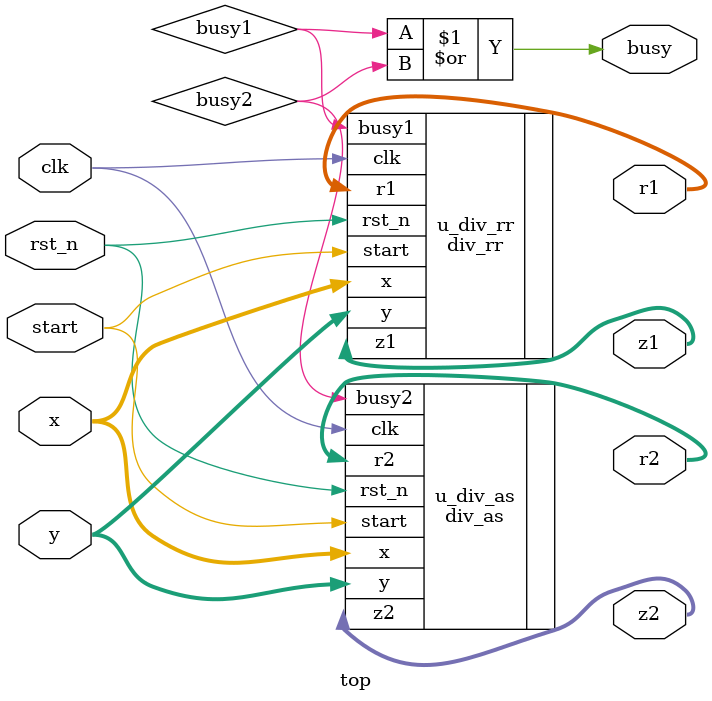
<source format=v>
module top (
    input  wire       clk  ,
    input  wire       rst_n,
    input  wire [7:0] x    ,
    input  wire [7:0] y    ,
    input  wire       start,
    output wire [7:0] z1   ,
    output wire [7:0] r1   ,
    output wire [7:0] z2   ,
    output wire [7:0] r2   ,
    output wire       busy     
);

wire busy1;
wire busy2;

div_rr u_div_rr (
    .clk    (clk  ),
    .rst_n  (rst_n),
    .x      (x    ),
    .y      (y    ),
    .start  (start),
    .z1     (z1   ),
    .r1     (r1   ),
    .busy1  (busy1)
);

div_as u_div_as (
    .clk    (clk  ),
    .rst_n  (rst_n),
    .x      (x    ),
    .y      (y    ),
    .start  (start),
    .z2     (z2   ),
    .r2     (r2   ),
    .busy2  (busy2)
);

assign busy = busy1 | busy2;

endmodule

</source>
